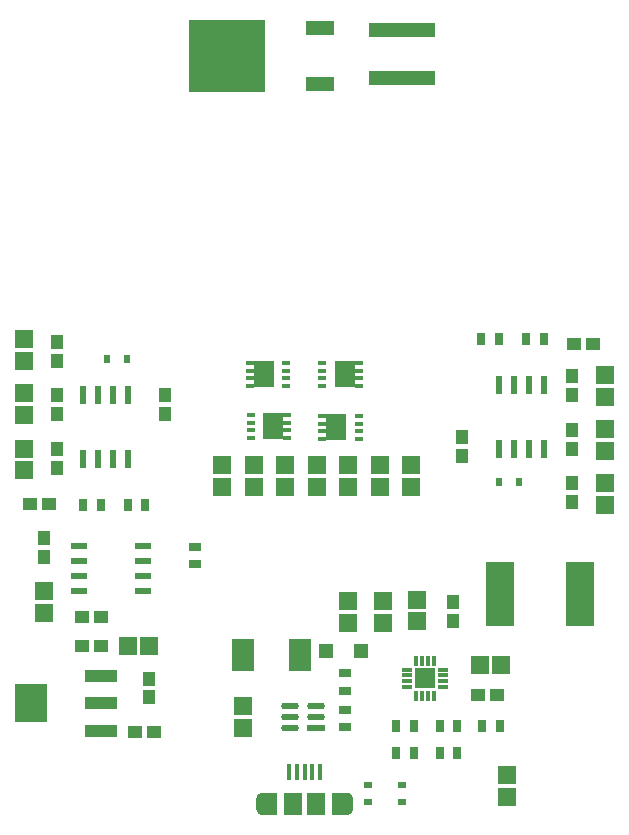
<source format=gbr>
G04*
G04 #@! TF.GenerationSoftware,Altium Limited,Altium Designer,24.6.1 (21)*
G04*
G04 Layer_Color=8421504*
%FSLAX25Y25*%
%MOIN*%
G70*
G04*
G04 #@! TF.SameCoordinates,3E969972-8C0A-4DBC-9D31-E8772DB7AAD8*
G04*
G04*
G04 #@! TF.FilePolarity,Positive*
G04*
G01*
G75*
%ADD16C,0.01968*%
%ADD17R,0.04921X0.04803*%
%ADD18R,0.06614X0.06614*%
%ADD19R,0.01181X0.03543*%
%ADD20R,0.03543X0.01181*%
%ADD21R,0.07500X0.10984*%
%ADD22R,0.04758X0.03985*%
%ADD23R,0.03985X0.04758*%
%ADD24R,0.05906X0.06102*%
%ADD25R,0.01575X0.05315*%
%ADD26R,0.05906X0.07480*%
G04:AMPARAMS|DCode=27|XSize=59.26mil|YSize=22.43mil|CornerRadius=11.22mil|HoleSize=0mil|Usage=FLASHONLY|Rotation=180.000|XOffset=0mil|YOffset=0mil|HoleType=Round|Shape=RoundedRectangle|*
%AMROUNDEDRECTD27*
21,1,0.05926,0.00000,0,0,180.0*
21,1,0.03683,0.02243,0,0,180.0*
1,1,0.02243,-0.01841,0.00000*
1,1,0.02243,0.01841,0.00000*
1,1,0.02243,0.01841,0.00000*
1,1,0.02243,-0.01841,0.00000*
%
%ADD27ROUNDEDRECTD27*%
%ADD28R,0.05926X0.02243*%
%ADD29R,0.06102X0.05906*%
%ADD30R,0.10630X0.12992*%
%ADD31R,0.10630X0.03937*%
%ADD32R,0.03937X0.03150*%
%ADD33R,0.05750X0.02200*%
%ADD34R,0.03150X0.02362*%
%ADD35R,0.22047X0.05118*%
%ADD36R,0.03150X0.03937*%
%ADD37R,0.02362X0.03150*%
%ADD38R,0.09449X0.05118*%
%ADD39R,0.25591X0.24410*%
%ADD40R,0.02200X0.05900*%
%ADD41R,0.03150X0.01339*%
%ADD42R,0.02559X0.01339*%
%ADD43R,0.06732X0.09016*%
%ADD44R,0.09300X0.21200*%
G36*
X337327Y192760D02*
X335358D01*
X335358Y196303D01*
X337327D01*
Y192760D01*
D02*
G37*
G36*
X342445Y190791D02*
X337327D01*
Y198272D01*
X342445D01*
Y190791D01*
D02*
G37*
G36*
X365673D02*
X360555D01*
Y198272D01*
X365673D01*
Y190791D01*
D02*
G37*
G36*
X367642Y192760D02*
X365673D01*
Y196303D01*
X367642D01*
X367642Y192760D01*
D02*
G37*
D16*
X338311Y192760D02*
G03*
X338311Y192760I-984J0D01*
G01*
Y196303D02*
G03*
X338311Y196303I-984J0D01*
G01*
X366657Y192760D02*
G03*
X366657Y192760I-984J0D01*
G01*
X366657Y196303D02*
G03*
X366657Y196303I-984J0D01*
G01*
D17*
X358554Y245361D02*
D03*
X370168D02*
D03*
D18*
X391595Y236362D02*
D03*
D19*
X388642Y242268D02*
D03*
X390610D02*
D03*
X392579D02*
D03*
X394547D02*
D03*
Y230457D02*
D03*
X392579D02*
D03*
X390610D02*
D03*
X388642D02*
D03*
D20*
X397500Y239315D02*
D03*
Y237347D02*
D03*
Y235378D02*
D03*
Y233410D02*
D03*
X385689D02*
D03*
Y235378D02*
D03*
Y237347D02*
D03*
Y239315D02*
D03*
D21*
X330902Y244000D02*
D03*
X350000D02*
D03*
D22*
X301157Y218500D02*
D03*
X294843D02*
D03*
X277343Y256846D02*
D03*
X283657D02*
D03*
X277343Y247000D02*
D03*
X283657D02*
D03*
X266157Y294346D02*
D03*
X259843D02*
D03*
X441343Y347847D02*
D03*
X447657D02*
D03*
X409343Y230847D02*
D03*
X415657D02*
D03*
D23*
X299500Y230000D02*
D03*
Y236314D02*
D03*
X264500Y276690D02*
D03*
Y283003D02*
D03*
X401000Y255533D02*
D03*
Y261846D02*
D03*
X305000Y330678D02*
D03*
Y324364D02*
D03*
X404000Y310532D02*
D03*
Y316846D02*
D03*
X269000Y342190D02*
D03*
Y348503D02*
D03*
Y330678D02*
D03*
Y324364D02*
D03*
Y306364D02*
D03*
Y312678D02*
D03*
X440755Y337291D02*
D03*
Y330978D02*
D03*
Y301478D02*
D03*
Y295164D02*
D03*
Y312821D02*
D03*
Y319134D02*
D03*
D24*
X292457Y247000D02*
D03*
X299543D02*
D03*
X409957Y240846D02*
D03*
X417043D02*
D03*
D25*
X346382Y205161D02*
D03*
X348941D02*
D03*
X351500D02*
D03*
X354059D02*
D03*
X356618D02*
D03*
D26*
X347563Y194532D02*
D03*
X355437Y194532D02*
D03*
D27*
X346671Y219760D02*
D03*
Y223500D02*
D03*
Y227240D02*
D03*
X355336Y227240D02*
D03*
Y223500D02*
D03*
D28*
Y219760D02*
D03*
D29*
X330951Y227043D02*
D03*
Y219957D02*
D03*
X366000Y254957D02*
D03*
Y262043D02*
D03*
X419000Y196957D02*
D03*
Y204043D02*
D03*
X334500Y307390D02*
D03*
Y300303D02*
D03*
X355500Y307390D02*
D03*
Y300303D02*
D03*
X345000Y307390D02*
D03*
Y300303D02*
D03*
X324000Y307390D02*
D03*
Y300303D02*
D03*
X387000Y307390D02*
D03*
Y300303D02*
D03*
X376500Y307390D02*
D03*
Y300303D02*
D03*
X366000Y307390D02*
D03*
Y300303D02*
D03*
X264500Y265390D02*
D03*
Y258303D02*
D03*
X389000Y262433D02*
D03*
Y255346D02*
D03*
X258000Y349390D02*
D03*
Y342303D02*
D03*
X258000Y324303D02*
D03*
Y331390D02*
D03*
Y312890D02*
D03*
Y305803D02*
D03*
X451500Y330260D02*
D03*
Y337347D02*
D03*
X377500Y262043D02*
D03*
Y254957D02*
D03*
X451500Y301390D02*
D03*
Y294303D02*
D03*
Y312303D02*
D03*
Y319390D02*
D03*
D30*
X260386Y228000D02*
D03*
D31*
X283614Y237055D02*
D03*
Y228000D02*
D03*
Y218945D02*
D03*
D32*
X364951Y220047D02*
D03*
Y225953D02*
D03*
X365000Y232095D02*
D03*
Y238000D02*
D03*
X315000Y280299D02*
D03*
Y274394D02*
D03*
D33*
X297725Y280346D02*
D03*
Y275346D02*
D03*
Y270346D02*
D03*
Y265347D02*
D03*
X276275D02*
D03*
X276275Y270346D02*
D03*
X276275Y275346D02*
D03*
Y280346D02*
D03*
D34*
X384000Y195146D02*
D03*
Y200854D02*
D03*
X372500Y200854D02*
D03*
Y195146D02*
D03*
D35*
X384000Y436346D02*
D03*
Y452347D02*
D03*
D36*
X387953Y211347D02*
D03*
X382047D02*
D03*
X402453D02*
D03*
X396547D02*
D03*
Y220346D02*
D03*
X402453D02*
D03*
X410595D02*
D03*
X416500D02*
D03*
X382047D02*
D03*
X387953D02*
D03*
X283500Y294178D02*
D03*
X277594D02*
D03*
X425302Y349478D02*
D03*
X431208D02*
D03*
X416208D02*
D03*
X410302D02*
D03*
X292547Y294178D02*
D03*
X298453D02*
D03*
D37*
X416153Y301847D02*
D03*
X422847D02*
D03*
X292347Y342846D02*
D03*
X285653D02*
D03*
D38*
X356759Y434437D02*
D03*
Y453256D02*
D03*
D39*
X325460Y443847D02*
D03*
D40*
X416255Y312827D02*
D03*
X421255D02*
D03*
X426255D02*
D03*
X431255D02*
D03*
Y334127D02*
D03*
X426255D02*
D03*
X421255D02*
D03*
X416255D02*
D03*
X292500Y330828D02*
D03*
X287500Y330828D02*
D03*
X282500D02*
D03*
X277500Y330828D02*
D03*
Y309528D02*
D03*
X282500Y309528D02*
D03*
X287500D02*
D03*
X292500Y309528D02*
D03*
D41*
X369500Y323847D02*
D03*
Y321287D02*
D03*
Y318728D02*
D03*
Y316169D02*
D03*
X333539Y316508D02*
D03*
Y319067D02*
D03*
Y321626D02*
D03*
Y324185D02*
D03*
X345312Y341520D02*
D03*
Y338961D02*
D03*
Y336402D02*
D03*
Y333843D02*
D03*
X357446D02*
D03*
Y336402D02*
D03*
Y338961D02*
D03*
Y341520D02*
D03*
D42*
X357394Y316169D02*
D03*
Y318728D02*
D03*
Y321287D02*
D03*
Y323847D02*
D03*
X345646Y324185D02*
D03*
Y321626D02*
D03*
Y319067D02*
D03*
Y316508D02*
D03*
X333206Y333843D02*
D03*
Y336402D02*
D03*
Y338961D02*
D03*
Y341520D02*
D03*
X369552D02*
D03*
Y338961D02*
D03*
Y336402D02*
D03*
Y333843D02*
D03*
D43*
X362039Y320008D02*
D03*
X341000Y320346D02*
D03*
X337852Y337682D02*
D03*
X364907D02*
D03*
D44*
X443450Y264347D02*
D03*
X416550D02*
D03*
M02*

</source>
